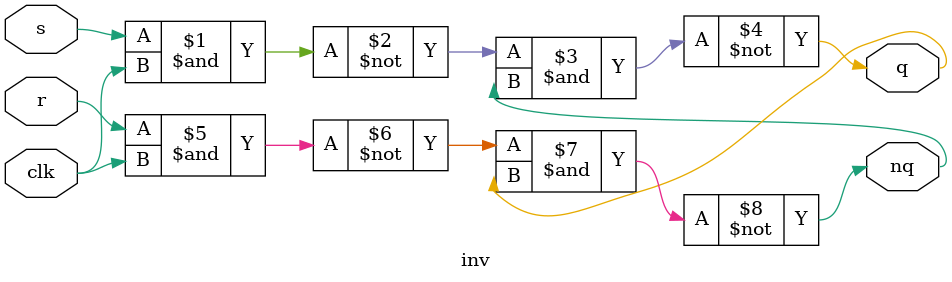
<source format=v>
`timescale 1ns / 1ps

module inv(
    input r,s,clk,
    output q,nq
    );
    
    assign q = ~(~(s&clk) & nq);
    assign nq = ~(~(r&clk) & q);

    
endmodule

</source>
